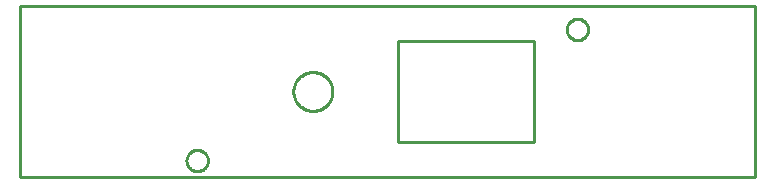
<source format=gbr>
G04 EAGLE Gerber RS-274X export*
G75*
%MOMM*%
%FSLAX34Y34*%
%LPD*%
%IN*%
%IPPOS*%
%AMOC8*
5,1,8,0,0,1.08239X$1,22.5*%
G01*
%ADD10C,0.254000*%


D10*
X0Y0D02*
X622000Y0D01*
X622000Y145000D01*
X0Y145000D01*
X0Y0D01*
X320000Y29500D02*
X435000Y29500D01*
X435000Y115000D01*
X320000Y115000D01*
X320000Y29500D01*
X159000Y13607D02*
X158932Y12824D01*
X158795Y12050D01*
X158592Y11291D01*
X158323Y10553D01*
X157991Y9840D01*
X157598Y9160D01*
X157147Y8516D01*
X156642Y7914D01*
X156086Y7358D01*
X155484Y6853D01*
X154840Y6402D01*
X154160Y6009D01*
X153447Y5677D01*
X152709Y5408D01*
X151950Y5205D01*
X151176Y5069D01*
X150393Y5000D01*
X149607Y5000D01*
X148824Y5069D01*
X148050Y5205D01*
X147291Y5408D01*
X146553Y5677D01*
X145840Y6009D01*
X145160Y6402D01*
X144516Y6853D01*
X143914Y7358D01*
X143358Y7914D01*
X142853Y8516D01*
X142402Y9160D01*
X142009Y9840D01*
X141677Y10553D01*
X141408Y11291D01*
X141205Y12050D01*
X141069Y12824D01*
X141000Y13607D01*
X141000Y14393D01*
X141069Y15176D01*
X141205Y15950D01*
X141408Y16709D01*
X141677Y17447D01*
X142009Y18160D01*
X142402Y18840D01*
X142853Y19484D01*
X143358Y20086D01*
X143914Y20642D01*
X144516Y21147D01*
X145160Y21598D01*
X145840Y21991D01*
X146553Y22323D01*
X147291Y22592D01*
X148050Y22795D01*
X148824Y22932D01*
X149607Y23000D01*
X150393Y23000D01*
X151176Y22932D01*
X151950Y22795D01*
X152709Y22592D01*
X153447Y22323D01*
X154160Y21991D01*
X154840Y21598D01*
X155484Y21147D01*
X156086Y20642D01*
X156642Y20086D01*
X157147Y19484D01*
X157598Y18840D01*
X157991Y18160D01*
X158323Y17447D01*
X158592Y16709D01*
X158795Y15950D01*
X158932Y15176D01*
X159000Y14393D01*
X159000Y13607D01*
X481000Y124607D02*
X480932Y123824D01*
X480795Y123050D01*
X480592Y122291D01*
X480323Y121553D01*
X479991Y120840D01*
X479598Y120160D01*
X479147Y119516D01*
X478642Y118914D01*
X478086Y118358D01*
X477484Y117853D01*
X476840Y117402D01*
X476160Y117009D01*
X475447Y116677D01*
X474709Y116408D01*
X473950Y116205D01*
X473176Y116069D01*
X472393Y116000D01*
X471607Y116000D01*
X470824Y116069D01*
X470050Y116205D01*
X469291Y116408D01*
X468553Y116677D01*
X467840Y117009D01*
X467160Y117402D01*
X466516Y117853D01*
X465914Y118358D01*
X465358Y118914D01*
X464853Y119516D01*
X464402Y120160D01*
X464009Y120840D01*
X463677Y121553D01*
X463408Y122291D01*
X463205Y123050D01*
X463069Y123824D01*
X463000Y124607D01*
X463000Y125393D01*
X463069Y126176D01*
X463205Y126950D01*
X463408Y127709D01*
X463677Y128447D01*
X464009Y129160D01*
X464402Y129840D01*
X464853Y130484D01*
X465358Y131086D01*
X465914Y131642D01*
X466516Y132147D01*
X467160Y132598D01*
X467840Y132991D01*
X468553Y133323D01*
X469291Y133592D01*
X470050Y133795D01*
X470824Y133932D01*
X471607Y134000D01*
X472393Y134000D01*
X473176Y133932D01*
X473950Y133795D01*
X474709Y133592D01*
X475447Y133323D01*
X476160Y132991D01*
X476840Y132598D01*
X477484Y132147D01*
X478086Y131642D01*
X478642Y131086D01*
X479147Y130484D01*
X479598Y129840D01*
X479991Y129160D01*
X480323Y128447D01*
X480592Y127709D01*
X480795Y126950D01*
X480932Y126176D01*
X481000Y125393D01*
X481000Y124607D01*
X264500Y71960D02*
X264429Y70882D01*
X264288Y69811D01*
X264078Y68751D01*
X263798Y67708D01*
X263451Y66685D01*
X263037Y65687D01*
X262560Y64718D01*
X262019Y63782D01*
X261419Y62884D01*
X260762Y62027D01*
X260049Y61215D01*
X259285Y60451D01*
X258473Y59739D01*
X257616Y59081D01*
X256718Y58481D01*
X255782Y57941D01*
X254813Y57463D01*
X253815Y57049D01*
X252792Y56702D01*
X251749Y56422D01*
X250689Y56212D01*
X249618Y56071D01*
X248540Y56000D01*
X247460Y56000D01*
X246382Y56071D01*
X245311Y56212D01*
X244251Y56422D01*
X243208Y56702D01*
X242185Y57049D01*
X241187Y57463D01*
X240218Y57941D01*
X239282Y58481D01*
X238384Y59081D01*
X237527Y59739D01*
X236715Y60451D01*
X235951Y61215D01*
X235239Y62027D01*
X234581Y62884D01*
X233981Y63782D01*
X233441Y64718D01*
X232963Y65687D01*
X232549Y66685D01*
X232202Y67708D01*
X231922Y68751D01*
X231712Y69811D01*
X231571Y70882D01*
X231500Y71960D01*
X231500Y73040D01*
X231571Y74118D01*
X231712Y75189D01*
X231922Y76249D01*
X232202Y77292D01*
X232549Y78315D01*
X232963Y79313D01*
X233441Y80282D01*
X233981Y81218D01*
X234581Y82116D01*
X235239Y82973D01*
X235951Y83785D01*
X236715Y84549D01*
X237527Y85262D01*
X238384Y85919D01*
X239282Y86519D01*
X240218Y87060D01*
X241187Y87537D01*
X242185Y87951D01*
X243208Y88298D01*
X244251Y88578D01*
X245311Y88788D01*
X246382Y88929D01*
X247460Y89000D01*
X248540Y89000D01*
X249618Y88929D01*
X250689Y88788D01*
X251749Y88578D01*
X252792Y88298D01*
X253815Y87951D01*
X254813Y87537D01*
X255782Y87060D01*
X256718Y86519D01*
X257616Y85919D01*
X258473Y85262D01*
X259285Y84549D01*
X260049Y83785D01*
X260762Y82973D01*
X261419Y82116D01*
X262019Y81218D01*
X262560Y80282D01*
X263037Y79313D01*
X263451Y78315D01*
X263798Y77292D01*
X264078Y76249D01*
X264288Y75189D01*
X264429Y74118D01*
X264500Y73040D01*
X264500Y71960D01*
M02*

</source>
